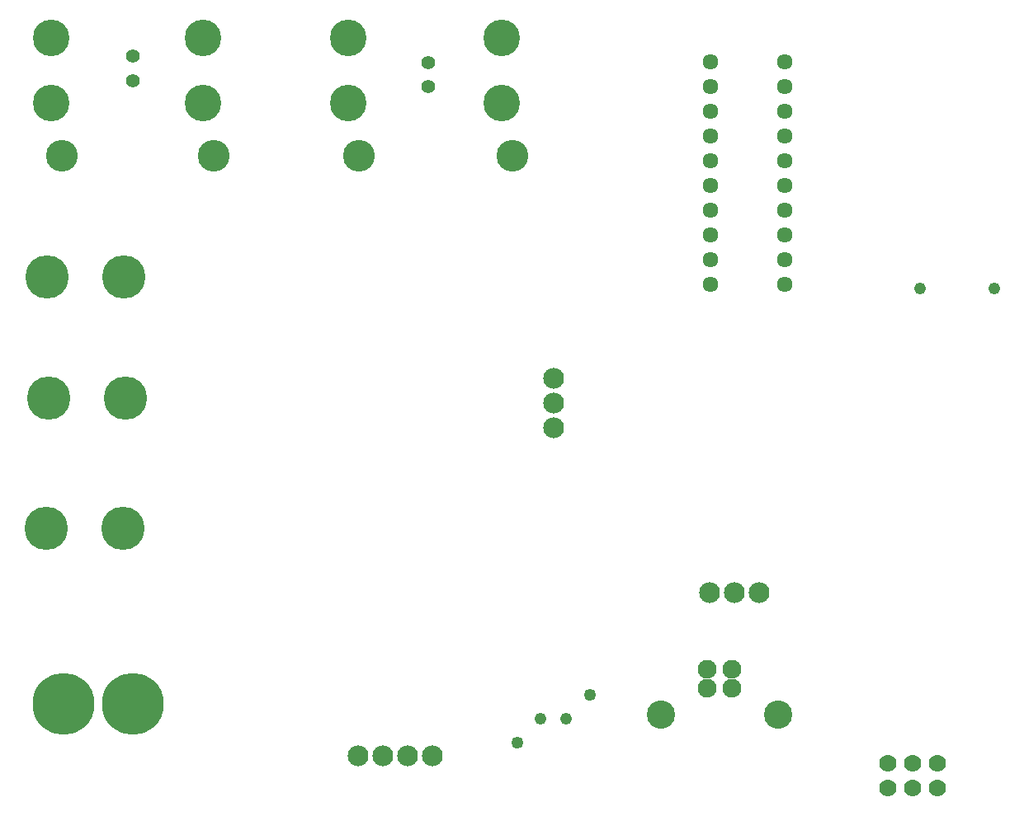
<source format=gbr>
G04 EAGLE Gerber RS-274X export*
G75*
%MOMM*%
%FSLAX34Y34*%
%LPD*%
%INSoldermask Bottom*%
%IPPOS*%
%AMOC8*
5,1,8,0,0,1.08239X$1,22.5*%
G01*
%ADD10C,4.445000*%
%ADD11C,2.133600*%
%ADD12C,3.754000*%
%ADD13C,3.254000*%
%ADD14C,6.350000*%
%ADD15C,1.609600*%
%ADD16C,1.209600*%
%ADD17C,1.254000*%
%ADD18C,1.778000*%
%ADD19C,1.409600*%
%ADD20C,1.930400*%
%ADD21C,2.895600*%


D10*
X166370Y424180D03*
X87630Y424180D03*
X85090Y290830D03*
X163830Y290830D03*
D11*
X481330Y57150D03*
X455930Y57150D03*
X430530Y57150D03*
X405130Y57150D03*
D12*
X552450Y794540D03*
X552450Y727540D03*
D13*
X563450Y673540D03*
D12*
X90170Y794540D03*
X90170Y727540D03*
D13*
X101170Y673540D03*
D12*
X394970Y794540D03*
X394970Y727540D03*
D13*
X405970Y673540D03*
D12*
X246380Y794540D03*
X246380Y727540D03*
D13*
X257380Y673540D03*
D14*
X102870Y110490D03*
X173990Y110490D03*
D15*
X767080Y769620D03*
X767080Y744220D03*
X767080Y718820D03*
X767080Y693420D03*
X767080Y668020D03*
X767080Y642620D03*
X767080Y617220D03*
X767080Y591820D03*
X767080Y566420D03*
X767080Y541020D03*
X843280Y541020D03*
X843280Y566420D03*
X843280Y591820D03*
X843280Y617220D03*
X843280Y642620D03*
X843280Y668020D03*
X843280Y693420D03*
X843280Y718820D03*
X843280Y744220D03*
X843280Y769620D03*
D11*
X605790Y393700D03*
X605790Y419100D03*
X605790Y444500D03*
D16*
X592709Y95250D03*
X618820Y95250D03*
D17*
X568325Y70358D03*
X643255Y120142D03*
D16*
X981710Y537210D03*
X1057710Y537210D03*
D18*
X948690Y24130D03*
X974090Y24130D03*
X999490Y24130D03*
X948690Y49530D03*
X974090Y49530D03*
X999490Y49530D03*
D11*
X765810Y224790D03*
X791210Y224790D03*
X816610Y224790D03*
D10*
X165100Y548640D03*
X86360Y548640D03*
D19*
X477520Y744220D03*
X477520Y769220D03*
X173990Y750570D03*
X173990Y775570D03*
D20*
X788470Y146172D03*
X763470Y146172D03*
X763470Y126360D03*
X788470Y126360D03*
D21*
X836168Y99182D03*
X715772Y99182D03*
M02*

</source>
